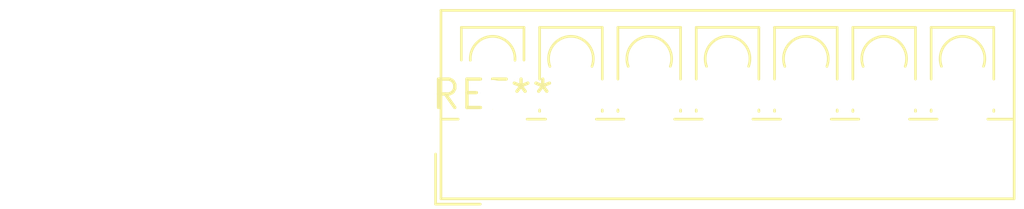
<source format=kicad_pcb>
(kicad_pcb (version 20240108) (generator pcbnew)
  (layers (0 "F.Cu" signal) (31 "B.Cu" signal) (34 "B.Paste" user) (35 "F.Paste" user) (36 "B.SilkS" user "B.Silkscreen") (37 "F.SilkS" user "F.Silkscreen") (38 "B.Mask" user) (39 "F.Mask" user) (44 "Edge.Cuts" user))
  (net 0 "")
  (footprint "TerminalBlock_4Ucon_1x07_P3.50mm_Vertical" (layer "F.Cu") (at 0 0)
    (property "Reference" "REF**")
    (property "Value" "TerminalBlock_4Ucon_1x07_P3.50mm_Vertical")
    (fp_line (start -2.55 2.66) (end -2.55 4.9) (layer "F.SilkS") (stroke (width 0.12)))
    (fp_line (start -2.55 4.9) (end -0.55 4.9) (layer "F.SilkS") (stroke (width 0.12)))
    (fp_line (start -2.31 -3.76) (end -2.31 4.66) (layer "F.SilkS") (stroke (width 0.12)))
    (fp_line (start -2.31 -3.76) (end 23.31 -3.76) (layer "F.SilkS") (stroke (width 0.12)))
    (fp_line (start -2.31 1.101) (end -1.54 1.101) (layer "F.SilkS") (stroke (width 0.12)))
    (fp_line (start -2.31 4.66) (end 23.31 4.66) (layer "F.SilkS") (stroke (width 0.12)))
    (fp_line (start -1.4 -3) (end -1.4 -1.54) (layer "F.SilkS") (stroke (width 0.12)))
    (fp_line (start -1.4 -3) (end 1.4 -3) (layer "F.SilkS") (stroke (width 0.12)))
    (fp_line (start 1.4 -3) (end 1.4 -1.54) (layer "F.SilkS") (stroke (width 0.12)))
    (fp_line (start 1.54 1.101) (end 2.367 1.101) (layer "F.SilkS") (stroke (width 0.12)))
    (fp_line (start 2.1 -3) (end 2.1 -0.689) (layer "F.SilkS") (stroke (width 0.12)))
    (fp_line (start 2.1 -3) (end 4.9 -3) (layer "F.SilkS") (stroke (width 0.12)))
    (fp_line (start 2.1 0.689) (end 2.1 0.75) (layer "F.SilkS") (stroke (width 0.12)))
    (fp_line (start 2.1 0.75) (end 2.101 0.75) (layer "F.SilkS") (stroke (width 0.12)))
    (fp_line (start 4.634 1.101) (end 5.867 1.101) (layer "F.SilkS") (stroke (width 0.12)))
    (fp_line (start 4.9 -3) (end 4.9 -0.689) (layer "F.SilkS") (stroke (width 0.12)))
    (fp_line (start 4.9 0.689) (end 4.9 0.75) (layer "F.SilkS") (stroke (width 0.12)))
    (fp_line (start 4.9 0.75) (end 4.9 0.75) (layer "F.SilkS") (stroke (width 0.12)))
    (fp_line (start 5.6 -3) (end 5.6 -0.689) (layer "F.SilkS") (stroke (width 0.12)))
    (fp_line (start 5.6 -3) (end 8.4 -3) (layer "F.SilkS") (stroke (width 0.12)))
    (fp_line (start 5.6 0.689) (end 5.6 0.75) (layer "F.SilkS") (stroke (width 0.12)))
    (fp_line (start 5.6 0.75) (end 5.601 0.75) (layer "F.SilkS") (stroke (width 0.12)))
    (fp_line (start 8.134 1.101) (end 9.367 1.101) (layer "F.SilkS") (stroke (width 0.12)))
    (fp_line (start 8.4 -3) (end 8.4 -0.689) (layer "F.SilkS") (stroke (width 0.12)))
    (fp_line (start 8.4 0.689) (end 8.4 0.75) (layer "F.SilkS") (stroke (width 0.12)))
    (fp_line (start 8.4 0.75) (end 8.4 0.75) (layer "F.SilkS") (stroke (width 0.12)))
    (fp_line (start 9.1 -3) (end 9.1 -0.689) (layer "F.SilkS") (stroke (width 0.12)))
    (fp_line (start 9.1 -3) (end 11.9 -3) (layer "F.SilkS") (stroke (width 0.12)))
    (fp_line (start 9.1 0.689) (end 9.1 0.75) (layer "F.SilkS") (stroke (width 0.12)))
    (fp_line (start 9.1 0.75) (end 9.101 0.75) (layer "F.SilkS") (stroke (width 0.12)))
    (fp_line (start 11.634 1.101) (end 12.867 1.101) (layer "F.SilkS") (stroke (width 0.12)))
    (fp_line (start 11.9 -3) (end 11.9 -0.689) (layer "F.SilkS") (stroke (width 0.12)))
    (fp_line (start 11.9 0.689) (end 11.9 0.75) (layer "F.SilkS") (stroke (width 0.12)))
    (fp_line (start 11.9 0.75) (end 11.9 0.75) (layer "F.SilkS") (stroke (width 0.12)))
    (fp_line (start 12.6 -3) (end 12.6 -0.689) (layer "F.SilkS") (stroke (width 0.12)))
    (fp_line (start 12.6 -3) (end 15.4 -3) (layer "F.SilkS") (stroke (width 0.12)))
    (fp_line (start 12.6 0.689) (end 12.6 0.75) (layer "F.SilkS") (stroke (width 0.12)))
    (fp_line (start 12.6 0.75) (end 12.601 0.75) (layer "F.SilkS") (stroke (width 0.12)))
    (fp_line (start 15.134 1.101) (end 16.367 1.101) (layer "F.SilkS") (stroke (width 0.12)))
    (fp_line (start 15.4 -3) (end 15.4 -0.689) (layer "F.SilkS") (stroke (width 0.12)))
    (fp_line (start 15.4 0.689) (end 15.4 0.75) (layer "F.SilkS") (stroke (width 0.12)))
    (fp_line (start 15.4 0.75) (end 15.4 0.75) (layer "F.SilkS") (stroke (width 0.12)))
    (fp_line (start 16.101 -3) (end 16.101 -0.689) (layer "F.SilkS") (stroke (width 0.12)))
    (fp_line (start 16.101 -3) (end 18.9 -3) (layer "F.SilkS") (stroke (width 0.12)))
    (fp_line (start 16.101 0.689) (end 16.101 0.75) (layer "F.SilkS") (stroke (width 0.12)))
    (fp_line (start 16.101 0.75) (end 16.101 0.75) (layer "F.SilkS") (stroke (width 0.12)))
    (fp_line (start 18.634 1.101) (end 19.867 1.101) (layer "F.SilkS") (stroke (width 0.12)))
    (fp_line (start 18.9 -3) (end 18.9 -0.689) (layer "F.SilkS") (stroke (width 0.12)))
    (fp_line (start 18.9 0.689) (end 18.9 0.75) (layer "F.SilkS") (stroke (width 0.12)))
    (fp_line (start 18.9 0.75) (end 18.9 0.75) (layer "F.SilkS") (stroke (width 0.12)))
    (fp_line (start 19.6 -3) (end 19.6 -0.689) (layer "F.SilkS") (stroke (width 0.12)))
    (fp_line (start 19.6 -3) (end 22.4 -3) (layer "F.SilkS") (stroke (width 0.12)))
    (fp_line (start 19.6 0.689) (end 19.6 0.75) (layer "F.SilkS") (stroke (width 0.12)))
    (fp_line (start 19.6 0.75) (end 19.601 0.75) (layer "F.SilkS") (stroke (width 0.12)))
    (fp_line (start 22.134 1.101) (end 23.31 1.101) (layer "F.SilkS") (stroke (width 0.12)))
    (fp_line (start 22.4 -3) (end 22.4 -0.689) (layer "F.SilkS") (stroke (width 0.12)))
    (fp_line (start 22.4 0.689) (end 22.4 0.75) (layer "F.SilkS") (stroke (width 0.12)))
    (fp_line (start 22.4 0.75) (end 22.4 0.75) (layer "F.SilkS") (stroke (width 0.12)))
    (fp_line (start 23.31 -3.76) (end 23.31 4.66) (layer "F.SilkS") (stroke (width 0.12)))
    (fp_arc (start -0.99789 -1.529434) (mid -0.000785 -2.600382) (end 0.998 -1.531) (layer "F.SilkS") (stroke (width 0.12)))
    (fp_arc (start 2.560085 -1.257767) (mid 3.499876 -2.600282) (end 4.44 -1.258) (layer "F.SilkS") (stroke (width 0.12)))
    (fp_arc (start 6.060085 -1.257767) (mid 6.999876 -2.600282) (end 7.94 -1.258) (layer "F.SilkS") (stroke (width 0.12)))
    (fp_arc (start 9.560085 -1.257767) (mid 10.499876 -2.600282) (end 11.44 -1.258) (layer "F.SilkS") (stroke (width 0.12)))
    (fp_arc (start 13.060085 -1.257767) (mid 13.999876 -2.600282) (end 14.94 -1.258) (layer "F.SilkS") (stroke (width 0.12)))
    (fp_arc (start 16.560085 -1.257767) (mid 17.499876 -2.600282) (end 18.44 -1.258) (layer "F.SilkS") (stroke (width 0.12)))
    (fp_arc (start 20.060085 -1.257767) (mid 20.999876 -2.600282) (end 21.94 -1.258) (layer "F.SilkS") (stroke (width 0.12)))
    (pad "1" thru_hole rect (at 0 0) (size 2.6 2.6) (drill 1.3) (layers *.Cu *.Mask) (remove_unused_layers))
    (pad "2" thru_hole circle (at 3.5 0) (size 2.6 2.6) (drill 1.3) (layers *.Cu *.Mask) (remove_unused_layers))
    (pad "3" thru_hole circle (at 7 0) (size 2.6 2.6) (drill 1.3) (layers *.Cu *.Mask) (remove_unused_layers))
    (pad "4" thru_hole circle (at 10.5 0) (size 2.6 2.6) (drill 1.3) (layers *.Cu *.Mask) (remove_unused_layers))
    (pad "5" thru_hole circle (at 14 0) (size 2.6 2.6) (drill 1.3) (layers *.Cu *.Mask) (remove_unused_layers))
    (pad "6" thru_hole circle (at 17.5 0) (size 2.6 2.6) (drill 1.3) (layers *.Cu *.Mask) (remove_unused_layers))
    (pad "7" thru_hole circle (at 21 0) (size 2.6 2.6) (drill 1.3) (layers *.Cu *.Mask) (remove_unused_layers))
  )
)
</source>
